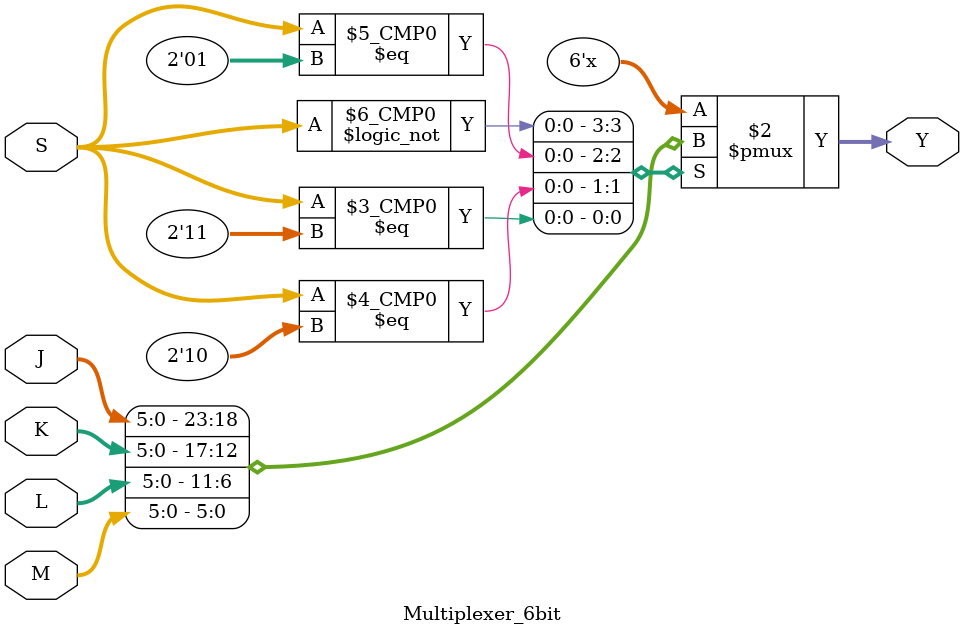
<source format=v>
module Multiplexer_6bit(
    input [5:0] J, 
    input [5:0] K,
    input [5:0] L, 
    input [5:0] M,
    input [1:0] S,
    output reg [5:0]Y
    );
    always @ (J or K or L or M or S) begin
        case (S)
            2'b00 : Y <= J;
            2'b01 : Y <= K;
            2'b10 : Y <= L;
            2'b11 : Y <= M;
      endcase
   end
    
endmodule

</source>
